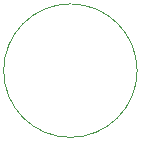
<source format=gbr>
G04 #@! TF.GenerationSoftware,KiCad,Pcbnew,6.0.2-378541a8eb~116~ubuntu20.04.1*
G04 #@! TF.CreationDate,2022-03-16T12:21:31+01:00*
G04 #@! TF.ProjectId,ICS-43434-PCB,4943532d-3433-4343-9334-2d5043422e6b,rev?*
G04 #@! TF.SameCoordinates,Original*
G04 #@! TF.FileFunction,Profile,NP*
%FSLAX46Y46*%
G04 Gerber Fmt 4.6, Leading zero omitted, Abs format (unit mm)*
G04 Created by KiCad (PCBNEW 6.0.2-378541a8eb~116~ubuntu20.04.1) date 2022-03-16 12:21:31*
%MOMM*%
%LPD*%
G01*
G04 APERTURE LIST*
G04 #@! TA.AperFunction,Profile*
%ADD10C,0.050000*%
G04 #@! TD*
G04 APERTURE END LIST*
D10*
X105650000Y-100000000D02*
G75*
G03*
X105650000Y-100000000I-5650000J0D01*
G01*
M02*

</source>
